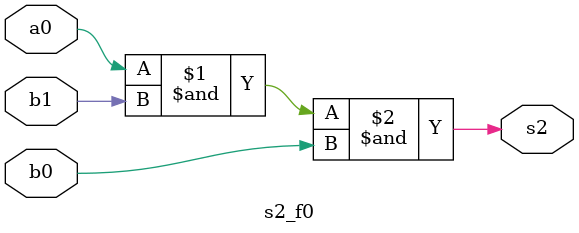
<source format=v>
module s2_f0(a0, b1, b0, s2);
  input a0, b1, b0;
  output s2;
  assign s2 = a0&b1&b0;

endmodule
</source>
